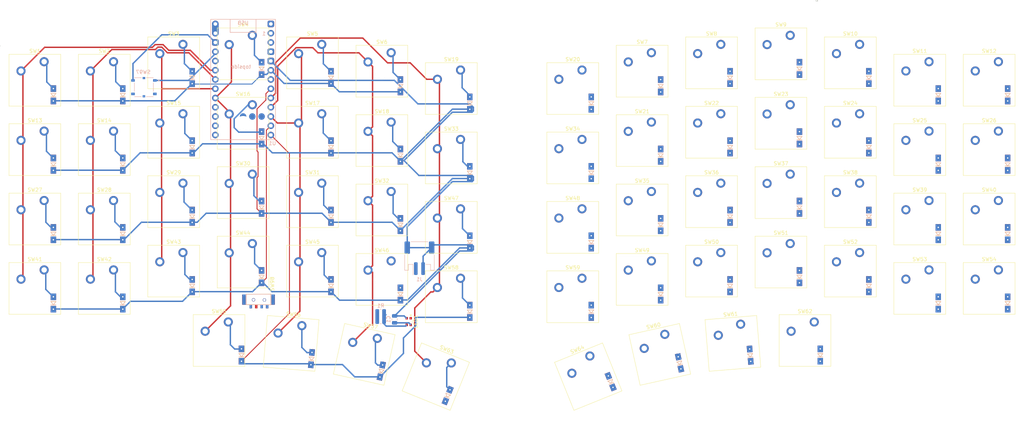
<source format=kicad_pcb>
(kicad_pcb (version 20240108) (generator "pcbnew") (generator_version "8.0")
  (layers (0 "F.Cu" signal) (31 "B.Cu" signal) (34 "B.Paste" user) (35 "F.Paste" user) (36 "B.SilkS" user "B.Silkscreen") (37 "F.SilkS" user "F.Silkscreen") (38 "B.Mask" user) (39 "F.Mask" user) (44 "Edge.Cuts" user))
  (net 0 "")
  (net 1 "COL0")
  (net 2 "COL1")
  (net 3 "COL10")
  (net 4 "COL11")
  (net 5 "COL12")
  (net 6 "COL13")
  (net 7 "COL2")
  (net 8 "COL3")
  (net 9 "COL4")
  (net 10 "COL5")
  (net 11 "COL6")
  (net 12 "COL8")
  (net 13 "COL9")
  (net 14 "N$1")
  (net 15 "N$2")
  (net 16 "N$3")
  (net 17 "N$4")
  (net 18 "COL14")
  (net 19 "N$10")
  (net 20 "N$11")
  (net 21 "N$12")
  (net 22 "N$13")
  (net 23 "N$14")
  (net 24 "N$15")
  (net 25 "N$16")
  (net 26 "N$17")
  (net 27 "N$18")
  (net 28 "N$19")
  (net 29 "N$20")
  (net 30 "N$21")
  (net 31 "N$22")
  (net 32 "N$23")
  (net 33 "N$24")
  (net 34 "N$25")
  (net 35 "N$26")
  (net 36 "N$27")
  (net 37 "N$28")
  (net 38 "N$29")
  (net 39 "N$30")
  (net 40 "N$31")
  (net 41 "N$32")
  (net 42 "N$33")
  (net 43 "ROW0")
  (net 44 "ROW1")
  (net 45 "ROW2")
  (net 46 "ROW3")
  (net 47 "ROW4")
  (net 48 "N$34")
  (net 49 "N$35")
  (net 50 "N$36")
  (net 51 "N$37")
  (net 52 "N$38")
  (net 53 "N$39")
  (net 54 "N$40")
  (net 55 "N$41")
  (net 56 "N$42")
  (net 57 "N$43")
  (net 58 "N$44")
  (net 59 "N$45")
  (net 60 "N$46")
  (net 61 "N$47")
  (net 62 "N$48")
  (net 63 "N$49")
  (net 64 "N$5")
  (net 65 "N$50")
  (net 66 "N$51")
  (net 67 "N$52")
  (net 68 "N$53")
  (net 69 "N$59")
  (net 70 "N$54")
  (net 71 "N$55")
  (net 72 "N$56")
  (net 73 "N$57")
  (net 74 "N$58")
  (net 75 "N$6")
  (net 76 "N$60")
  (net 77 "N$61")
  (net 78 "N$62")
  (net 79 "N$63")
  (net 80 "N$64")
  (net 81 "N$7")
  (net 82 "N$8")
  (net 83 "N$9")
  (net 84 "ROW5")
  (net 85 "LED1")
  (net 86 "Net-(LED1-DIN)")
  (net 87 "RST")
  (net 88 "GND")
  (net 97 "+BATT")
  (net 98 "LED1+")
  (net 104 "Net-(J1-Pin_1)")
  (footprint "SW_Cherry_MX_PCB_1.00u" (layer "F.Cu") (at 204.7875 35.6235)
    (property "Reference" "SW7")
    (property "Value" "SW_Push")
  )
  (footprint "SW_Cherry_MX_PCB_1.00u" (layer "F.Cu") (at 95.25 88.011)
    (property "Reference" "SW44")
    (property "Value" "SW_Push")
  )
  (footprint "SW_Cherry_MX_PCB_1.00u" (layer "F.Cu") (at 204.7875 73.7235)
    (property "Reference" "SW35")
    (property "Value" "SW_Push")
  )
  (footprint "SW_Cherry_MX_PCB_1.00u" (layer "F.Cu") (at 204.7875 54.6735)
    (property "Reference" "SW21")
    (property "Value" "SW_Push")
  )
  (footprint "SW_Cherry_MX_PCB_1.00u" (layer "F.Cu") (at 133.35 35.6235)
    (property "Reference" "SW6")
    (property "Value" "SW_Push")
  )
  (footprint "SW_Cherry_MX_PCB_1.00u" (layer "F.Cu") (at 223.8375 52.387499)
    (property "Reference" "SW22")
    (property "Value" "SW_Push")
  )
  (footprint "SW_Cherry_MX_PCB_1.00u" (layer "F.Cu") (at 76.2 71.4375)
    (property "Reference" "SW29")
    (property "Value" "SW_Push")
  )
  (footprint "SW_Cherry_MX_PCB_1.00u" (layer "F.Cu") (at 76.2 52.387499)
    (property "Reference" "SW15")
    (property "Value" "SW_Push")
  )
  (footprint "SW_Cherry_MX_PCB_1.00u" (layer "F.Cu") (at 152.4 59.436)
    (property "Reference" "SW33")
    (property "Value" "SW_Push")
  )
  (footprint "SW_Cherry_MX_PCB_1.00u" (layer "F.Cu") (at 38.1 38.1)
    (property "Reference" "SW1")
    (property "Value" "SW_Push")
  )
  (footprint "SW_Cherry_MX_PCB_1.00u" (layer "F.Cu") (at 57.15 57.15)
    (property "Reference" "SW14")
    (property "Value" "SW_Push")
  )
  (footprint "SW_Cherry_MX_PCB_1.00u" (layer "F.Cu") (at 38.1 95.25)
    (property "Reference" "SW41")
    (property "Value" "SW_Push")
  )
  (footprint "SW_Cherry_MX_PCB_1.00u" (layer "F.Cu") (at 95.25 49.911)
    (property "Reference" "SW16")
    (property "Value" "SW_Push")
  )
  (footprint "SW_Cherry_MX_PCB_1.00u" (layer "F.Cu") (at 300.0375 38.1)
    (property "Reference" "SW12")
    (property "Value" "SW_Push")
  )
  (footprint "SW_Cherry_MX_PCB_1.00u" (layer "F.Cu") (at 133.35 73.7235)
    (property "Reference" "SW32")
    (property "Value" "SW_Push")
  )
  (footprint "SW_Cherry_MX_PCB_1.00u" (layer "F.Cu") (at 300.0375 95.25)
    (property "Reference" "SW54")
    (property "Value" "SW_Push")
  )
  (footprint "SW_Cherry_MX_PCB_1.00u" (layer "F.Cu") (at 261.9375 52.387499)
    (property "Reference" "SW24")
    (property "Value" "SW_Push")
  )
  (footprint "SW_Cherry_MX_PCB_1.00u" (layer "F.Cu") (at 148.15107 119.462298 -22)
    (property "Reference" "SW63")
    (property "Value" "SW_Push")
  )
  (footprint "SW_Cherry_MX_PCB_1.00u" (layer "F.Cu") (at 114.3 52.387499)
    (property "Reference" "SW17")
    (property "Value" "SW_Push")
  )
  (footprint "SW_Cherry_MX_PCB_1.00u" (layer "F.Cu") (at 185.7375 78.486)
    (property "Reference" "SW48")
    (property "Value" "SW_Push")
  )
  (footprint "SW_Cherry_MX_PCB_1.00u" (layer "F.Cu") (at 114.3 90.4875)
    (property "Reference" "SW45")
    (property "Value" "SW_Push")
  )
  (footprint "SW_Cherry_MX_PCB_1.00u" (layer "F.Cu") (at 152.4 40.386)
    (property "Reference" "SW19")
    (property "Value" "SW_Push")
  )
  (footprint "SW_Cherry_MX_PCB_1.00u" (layer "F.Cu") (at 57.15 38.1)
    (property "Reference" "SW2")
    (property "Value" "SW_Push")
  )
  (footprint "SW_Cherry_MX_PCB_1.00u" (layer "F.Cu") (at 95.25 68.961)
    (property "Reference" "SW30")
    (property "Value" "SW_Push")
  )
  (footprint "SW_Cherry_MX_PCB_1.00u" (layer "F.Cu") (at 242.8875 49.911)
    (property "Reference" "SW23")
    (property "Value" "SW_Push")
  )
  (footprint "KLOTZ:MSK12C02_reversible" (layer "F.Cu") (at 103.36 97.02 -90)
    (property "Reference" "SW98")
    (property "Value" "PWR")
  )
  (footprint "SW_Cherry_MX_PCB_1.00u" (layer "F.Cu") (at 114.3 71.4375)
    (property "Reference" "SW31")
    (property "Value" "SW_Push")
  )
  (footprint "SW_Cherry_MX_PCB_1.00u" (layer "F.Cu") (at 242.8875 30.861)
    (property "Reference" "SW9")
    (property "Value" "SW_Push")
  )
  (footprint "SW_Cherry_MX_PCB_1.00u" (layer "F.Cu") (at 223.8375 90.4875)
    (property "Reference" "SW50")
    (property "Value" "SW_Push")
  )
  (footprint "SW_Cherry_MX_PCB_1.00u" (layer "F.Cu") (at 229.69316 110.338572 4.6)
    (property "Reference" "SW61")
    (property "Value" "SW_Push")
  )
  (footprint "SW_Cherry_MX_PCB_1.00u" (layer "F.Cu") (at 133.35 54.6735)
    (property "Reference" "SW18")
    (property "Value" "SW_Push")
  )
  (footprint "SW_Cherry_MX_PCB_1.00u" (layer "F.Cu") (at 185.7375 97.536)
    (property "Reference" "SW59")
    (property "Value" "SW_Push")
  )
  (footprint "SW_Cherry_MX_PCB_1.00u" (layer "F.Cu") (at 280.9875 95.25)
    (property "Reference" "SW53")
    (property "Value" "SW_Push")
  )
  (footprint "SW_Cherry_MX_PCB_1.00u" (layer "F.Cu") (at 76.2 33.3375)
    (property "Reference" "SW3")
    (property "Value" "SW_Push")
  )
  (footprint "SW_Cherry_MX_PCB_1.00u" (layer "F.Cu") (at 133.35 92.7735)
    (property "Reference" "SW46")
    (property "Value" "SW_Push")
  )
  (footprint "SW_Cherry_MX_PCB_1.00u" (layer "F.Cu") (at 38.1 57.15)
    (property "Reference" "SW13")
    (property "Value" "SW_Push")
  )
  (footprint "SW_Cherry_MX_PCB_1.00u" (layer "F.Cu") (at 280.9875 38.1)
    (property "Reference" "SW11")
    (property "Value" "SW_Push")
  )
  (footprint "SW_Cherry_MX_PCB_1.00u" (layer "F.Cu") (at 152.4 97.536)
    (property "Reference" "SW58")
    (property "Value" "SW_Push")
  )
  (footprint "SW_Cherry_MX_PCB_1.00u" (layer "F.Cu") (at 95.25 30.861)
    (property "Reference" "SW4")
    (property "Value" "SW_Push")
  )
  (footprint "SW_Cherry_MX_PCB_1.00u" (layer "F.Cu") (at 189.98643 119.462298 22)
    (property "Reference" "SW64")
    (property "Value" "SW_Push")
  )
  (footprint "SW_Cherry_MX_PCB_1.00u" (layer "F.Cu") (at 280.9875 57.15)
    (property "Reference" "SW25")
    (property "Value" "SW_Push")
  )
  (footprint "SW_Cherry_MX_PCB_1.00u" (layer "F.Cu") (at 114.3 33.3375)
    (property "Reference" "SW5")
    (property "Value" "SW_Push")
  )
  (footprint "SW_Cherry_MX_PCB_1.00u" (layer "F.Cu") (at 261.9375 90.4875)
    (property "Reference" "SW52")
    (property "Value" "SW_Push")
  )
  (footprint "SW_Cherry_MX_PCB_1.00u" (layer "F.Cu") (at 128.510416 113.360487 -12.5)
    (property "Reference" "SW57")
    (property "Value" "SW_Push")
  )
  (footprint "SW_Cherry_MX_PCB_1.00u" (layer "F.Cu") (at 108.44434 110.338572 -4.6)
    (property "Reference" "SW56")
    (property "Value" "SW_Push")
  )
  (footprint "SW_Cherry_MX_PCB_1.00u" (layer "F.Cu") (at 185.7375 59.436)
    (property "Reference" "SW34")
    (property "Value" "SW_Push")
  )
  (footprint "SW_Cherry_MX_PCB_1.00u" (layer "F.Cu") (at 185.7375 40.386)
    (property "Reference" "SW20")
    (property "Value" "SW_Push")
  )
  (footprint "SW_Cherry_MX_PCB_1.00u" (layer "F.Cu") (at 261.9375 71.4375)
    (property "Reference" "SW38")
    (property "Value" "SW_Push")
  )
  (footprint "PCM_marbastlib-various:LED_WS2812_2020" (layer "F.Cu") (at 140.715 104.35 -90)
    (property "Reference" "LED1")
    (property "Value" "WS2812_2020")
  )
  (footprint "SW_Cherry_MX_PCB_1.00u" (layer "F.Cu") (at 204.7875 92.7735)
    (property "Reference" "SW49")
    (property "Value" "SW_Push")
  )
  (footprint "SW_Cherry_MX_PCB_1.00u" (layer "F.Cu") (at 209.627084 113.360487 12.5)
    (property "Reference" "SW60")
    (property "Value" "SW_Push")
  )
  (footprint "SW_Cherry_MX_PCB_1.00u" (layer "F.Cu") (at 76.2 90.4875)
    (property "Reference" "SW43")
    (property "Value" "SW_Push")
  )
  (footprint "SW_Cherry_MX_PCB_1.00u" (layer "F.Cu") (at 38.1 76.2)
    (property "Reference" "SW27")
    (property "Value" "SW_Push")
  )
  (footprint "SW_Cherry_MX_PCB_1.00u" (layer "F.Cu") (at 88.65 109.5375)
    (property "Reference" "SW55")
    (property "Value" "SW_Push")
  )
  (footprint "SW_Cherry_MX_PCB_1.00u" (layer "F.Cu") (at 249.4875 109.5375)
    (property "Reference" "SW62")
    (property "Value" "SW_Push")
  )
  (footprint "SW_Cherry_MX_PCB_1.00u" (layer "F.Cu") (at 223.8375 33.3375)
    (property "Reference" "SW8")
    (property "Value" "SW_Push")
  )
  (footprint "SW_Cherry_MX_PCB_1.00u" (layer "F.Cu") (at 242.8875 68.961)
    (property "Reference" "SW37")
    (property "Value" "SW_Push")
  )
  (footprint "SW_Cherry_MX_PCB_1.00u" (layer "F.Cu") (at 300.0375 76.2)
    (property "Reference" "SW40")
    (property "Value" "SW_Push")
  )
  (footprint "SW_Cherry_MX_PCB_1.00u" (layer "F.Cu") (at 152.4 78.486)
    (property "Reference" "SW47")
    (property "Value" "SW_Push")
  )
  (footprint "SW_Cherry_MX_PCB_1.00u" (layer "F.Cu") (at 57.15 76.2)
    (property "Reference" "SW28")
    (property "Value" "SW_Push")
  )
  (footprint "SW_Cherry_MX_PCB_1.00u" (layer "F.Cu") (at 300.0375 57.15)
    (property "Reference" "SW26")
    (property "Value" "SW_Push")
  )
  (footprint "SW_Cherry_MX_PCB_1.00u" (layer "F.Cu") (at 261.9375 33.3375)
    (property "Reference" "SW10")
    (property "Value" "SW_Push")
  )
  (footprint "SW_Cherry_MX_PCB_1.00u" (layer "F.Cu") (at 57.15 95.25)
    (property "Reference" "SW42")
    (property "Value" "SW_Push")
  )
  (footprint "SW_Cherry_MX_PCB_1.00u" (layer "F.Cu") (at 280.9875 76.2)
    (property "Reference" "SW39")
    (property "Value" "SW_Push")
  )
  (footprint "SW_Cherry_MX_PCB_1.00u" (layer "F.Cu") (at 223.8375 71.4375)
    (property "Reference" "SW36")
    (property "Value" "SW_Push")
  )
  (footprint "SW_Cherry_MX_PCB_1.00u" (layer "F.Cu") (at 242.8875 88.011)
    (property "Reference" "SW51")
    (property "Value" "SW_Push")
  )
  (footprint "KLOTZ:Diode_SOD123" (layer "B.Cu") (at 228.9175 37.3375 90)
    (property "Reference" "D8" (hide yes))
    (property "Value" "D" (hide yes))
  )
  (footprint "KLOTZ:Diode_SOD123" (layer "B.Cu") (at 81.28 56.387499 90)
    (property "Reference" "D15" (hide yes))
    (property "Value" "D" (hide yes))
  )
  (footprint "KLOTZ:Diode_SOD123" (layer "B.Cu") (at 190.8175 82.486 90)
    (property "Reference" "D48" (hide yes))
    (property "Value" "D" (hide yes))
  )
  (footprint "KLOTZ:Diode_SOD123" (layer "B.Cu") (at 215.057176 115.674631 102.5)
    (property "Reference" "D60" (hide yes))
    (property "Value" "D" (hide yes))
  )
  (footprint "KLOTZ:Diode_SOD123" (layer "B.Cu") (at 157.48 82.486 90)
    (property "Reference" "D47" (hide yes))
    (property "Value" "D" (hide yes))
  )
  (footprint "KLOTZ:Diode_SOD123" (layer "B.Cu") (at 43.18 42.1 90)
    (property "Reference" "D1" (hide yes))
    (property "Value" "D" (hide yes))
  )
  (footprint "KLOTZ:Diode_SOD123" (layer "B.Cu") (at 151.410042 124.646287 68)
    (property "Reference" "D63" (hide yes))
    (property "Value" "D" (hide yes))
  )
  (footprint "KLOTZ:Diode_SOD123" (layer "B.Cu") (at 138.43 58.6735 90)
    (property "Reference" "D18" (hide yes))
    (property "Value" "D" (hide yes))
  )
  (footprint "KLOTZ:Diode_SOD123" (layer "B.Cu") (at 267.0175 75.4375 90)
    (property "Reference" "D38" (hide yes))
    (property "Value" "D" (hide yes))
  )
  (footprint "KLOTZ:Diode_SOD123" (layer "B.Cu") (at 62.23 61.15 90)
    (property "Reference" "D14" (hide yes))
    (property "Value" "D" (hide yes))
  )
  (footprint "Resistor_SMD:R_0815_2038Metric" (layer "B.Cu") (at 133.0125 102.97 180)
    (property "Reference" "R1")
    (property "Value" "300R")
  )
  (footprint "KLOTZ:Diode_SOD123" (layer "B.Cu") (at 81.28 94.4875 90)
    (property "Reference" "D43" (hide yes))
    (property "Value" "D" (hide yes))
  )
  (footprint "KLOTZ:Diode_SOD123" (layer "B.Cu") (at 190.8175 101.536 90)
    (property "Reference" "D59" (hide yes))
    (property "Value" "D" (hide yes))
  )
  (footprint "KLOTZ:Diode_SOD123" (layer "B.Cu") (at 100.33 92.011 90)
    (property "Reference" "D44" (hide yes))
    (property "Value" "D" (hide yes))
  )
  (footprint "KLOTZ:Diode_SOD123" (layer "B.Cu") (at 190.8175 44.386 90)
    (property "Reference" "D20" (hide yes))
    (property "Value" "D" (hide yes))
  )
  (footprint "KLOTZ:Diode_SOD123" (layer "B.Cu") (at 100.33 53.911 90)
    (property "Reference" "D16" (hide yes))
    (property "Value" "D" (hide yes))
  )
  (footprint "KLOTZ:Diode_SOD123" (layer "B.Cu") (at 305.1175 80.2 90)
    (property "Reference" "D40" (hide yes))
    (property "Value" "D" (hide yes))
  )
  (footprint "KLOTZ:Diode_SOD123" (layer "B.Cu") (at 267.0175 94.4875 90)
    (property "Reference" "D52" (hide yes))
    (property "Value" "D" (hide yes))
  )
  (footprint "Connector_JST:JST_PH_S2B-PH-SM4-TB_1x02-1MP_P2.00mm_Horizontal" (layer "B.Cu") (at 143.66 86.96)
    (property "Reference" "J1")
    (property "Value" "Battery")
  )
  (footprint "KLOTZ:Diode_SOD123" (layer "B.Cu") (at 133.185475 117.91489 77.5)
    (property "Reference" "D57" (hide yes))
    (property "Value" "D" (hide yes))
  )
  (footprint "KLOTZ:Diode_SOD123" (layer "B.Cu") (at 196.147645 120.840284 112)
    (property "Reference" "D64" (hide yes))
    (property "Value" "D" (hide yes))
  )
  (footprint "KLOTZ:Diode_SOD123" (layer "B.Cu") (at 286.0675 80.2 90)
    (property "Reference" "D39" (hide yes))
    (property "Value" "D" (hide yes))
  )
  (footprint "KLOTZ:Diode_SOD123" (layer "B.Cu") (at 228.9175 94.4875 90)
    (property "Reference" "D50" (hide yes))
    (property "Value" "D" (hide yes))
  )
  (footprint "PTS526_SMG15_SMTR2_LFS:SW_PTS526_SMG15_SMTR2_LFS" (layer "B.Cu") (at 68.0275 40.01 180)
    (property "Reference" "SW97")
    (property "Value" "RST")
  )
  (footprint "PCM_marbastlib-xp-promicroish:nice_nano_AH_USBup" (layer "B.Cu") (at 95.25 39.17 180)
    (property "Reference" "U1")
    (property "Value" "nice_nano")
  )
  (footprint "KLOTZ:Diode_SOD123" (layer "B.Cu") (at 138.43 77.7235 90)
    (property "Reference" "D32" (hide yes))
    (property "Value" "D" (hide yes))
  )
  (footprint "KLOTZ:Diode_SOD123" (layer "B.Cu") (at 157.48 101.536 90)
    (property "Reference" "D58" (hide yes))
    (property "Value" "D" (hide yes))
  )
  (footprint "KLOTZ:Diode_SOD123" (layer "B.Cu") (at 286.0675 61.15 90)
    (property "Reference" "D25" (hide yes))
    (property "Value" "D" (hide yes))
  )
  (footprint "KLOTZ:Diode_SOD123" (layer "B.Cu") (at 253.6825 113.5375 90)
    (property "Reference" "D62" (hide yes))
    (property "Value" "D" (hide yes))
  )
  (footprint "KLOTZ:Diode_SOD123" (layer "B.Cu") (at 138.43 96.7735 90)
    (property "Reference" "D46" (hide yes))
    (property "Value" "D" (hide yes))
  )
  (footprint "KLOTZ:Diode_SOD123" (layer "B.Cu") (at 247.9675 53.911 90)
    (property "Reference" "D23" (hide yes))
    (property "Value" "D" (hide yes))
  )
  (footprint "KLOTZ:Diode_SOD123" (layer "B.Cu") (at 157.48 63.436 90)
    (property "Reference" "D33" (hide yes))
    (property "Value" "D" (hide yes))
  )
  (footprint "KLOTZ:Diode_SOD123" (layer "B.Cu") (at 209.8675 58.6735 90)
    (property "Reference" "D21" (hide yes))
    (property "Value" "D" (hide yes))
  )
  (footprint "KLOTZ:Diode_SOD123" (layer "B.Cu") (at 119.38 56.387499 90)
    (property "Reference" "D17" (hide yes))
    (property "Value" "D" (hide yes))
  )
  (footprint "KLOTZ:Diode_SOD123" (layer "B.Cu") (at 267.0175 56.387499 90)
    (property "Reference" "D24" (hide yes))
    (property "Value" "D" (hide yes))
  )
  (footprint "KLOTZ:Diode_SOD123" (layer "B.Cu") (at 234.444272 113.572213 95)
    (property "Reference" "D61" (hide yes))
    (property "Value" "D" (hide yes))
  )
  (footprint "KLOTZ:Diode_SOD123" (layer "B.Cu") (at 119.38 94.4875 90)
    (property "Reference" "D45" (hide yes))
    (property "Value" "D" (hide yes))
  )
  (footprint "KLOTZ:Diode_SOD123" (layer "B.Cu") (at 305.1175 99.25 90)
    (property "Reference" "D54" (hide yes))
    (property "Value" "D" (hide yes))
  )
  (footprint "KLOTZ:Diode_SOD123" (layer "B.Cu") (at 157.48 44.386 90)
    (property "Reference" "D19" (hide yes))
    (property "Value" "D" (hide yes))
  )
  (footprint "KLOTZ:Diode_SOD123" (layer "B.Cu") (at 43.18 61.15 90)
    (property "Reference" "D13" (hide yes))
    (property "Value" "D" (hide yes))
  )
  (footprint "KLOTZ:Diode_SOD123" (layer "B.Cu") (at 267.0175 37.3375 90)
    (property "Reference" "D10" (hide yes))
    (property "Value" "D" (hide yes))
  )
  (footprint "KLOTZ:Diode_SOD123" (layer "B.Cu") (at 62.23 42.1 90)
    (property "Reference" "D2" (hide yes))
    (property "Value" "D" (hide yes))
  )
  (footprint "KLOTZ:Diode_SOD123" (layer "B.Cu") (at 100.33 72.961 90)
    (property "Reference" "D30" (hide yes))
    (property "Value" "D" (hide yes))
  )
  (footprint "KLOTZ:Diode_SOD123" (layer "B.Cu") (at 43.18 80.2 90)
    (property "Reference" "D27" (hide yes))
    (property "Value" "D" (hide yes))
  )
  (footprint "KLOTZ:Diode_SOD123" (layer "B.Cu") (at 81.28 75.4375 90)
    (property "Reference" "D29" (hide yes))
    (property "Value" "D" (hide yes))
  )
  (footprint "KLOTZ:Diode_SOD123" (layer "B.Cu") (at 43.18 99.25 90)
    (property "Reference" "D41" (hide yes))
    (property "Value" "D" (hide yes))
  )
  (footprint "KLOTZ:Diode_SOD123" (layer "B.Cu") (at 138.43 39.6235 90)
    (property "Reference" "D6" (hide yes))
    (property "Value" "D" (hide yes))
  )
  (footprint "KLOTZ:Diode_SOD123" (layer "B.Cu") (at 305.1175 42.1 90)
    (property "Reference" "D12" (hide yes))
    (property "Value" "D" (hide yes))
  )
  (footprint "KLOTZ:Diode_SOD123" (layer "B.Cu") (at 209.8675 39.6235 90)
    (property "Reference" "D7" (hide yes))
    (property "Value" "D" (hide yes))
  )
  (footprint "KLOTZ:Diode_SOD123" (layer "B.Cu") (at 228.9175 56.387499 90)
    (property "Reference" "D22" (hide yes))
    (property "Value" "D" (hide yes))
  )
  (footprint "KLOTZ:Diode_SOD123" (layer "B.Cu") (at 247.9675 92.011 90)
    (property "Reference" "D51" (hide yes))
    (property "Value" "D" (hide yes))
  )
  (footprint "KLOTZ:Diode_SOD123" (layer "B.Cu") (at 119.38 75.4375 90)
    (property "Reference" "D31" (hide yes))
    (property "Value" "D" (hide yes))
  )
  (footprint "KLOTZ:Diode_SOD123" (layer "B.Cu") (at 100.33 34.861 90)
    (property "Reference" "D4" (hide yes))
    (property "Value" "D" (hide yes))
  )
  (footprint "KLOTZ:Diode_SOD123" (layer "B.Cu") (at 305.1175 61.15 90)
    (property "Reference" "D26" (hide yes))
    (property "Value" "D" (hide yes))
  )
  (footprint "KLOTZ:Diode_SOD123" (layer "B.Cu") (at 119.38 37.3375 90)
    (property "Reference" "D5" (hide yes))
    (property "Value" "D" (hide yes))
  )
  (footprint "KLOTZ:Diode_SOD123" (layer "B.Cu") (at 190.8175 63.436 90)
    (property "Reference" "D34" (hide yes))
    (property "Value" "D" (hide yes))
  )
  (footprint "KLOTZ:Diode_SOD123" (layer "B.Cu") (at 62.23 80.2 90)
    (property "Reference" "D28" (hide yes))
    (property "Value" "D" (hide yes))
  )
  (footprint "KLOTZ:Diode_SOD123" (layer "B.Cu") (at 114.019424 114.509847 85)
    (property "Reference" "D56" (hide yes))
    (property "Value" "D" (hide yes))
  )
  (footprint "KLOTZ:Diode_SOD123" (layer "B.Cu") (at 209.8675 77.7235 90)
    (property "Reference" "D35" (hide yes))
    (property "Value" "D" (hide yes))
  )
  (footprint "KLOTZ:Diode_SOD123" (layer "B.Cu") (at 286.0675 42.1 90)
    (property "Reference" "D11" (hide yes))
    (property "Value" "D" (hide yes))
  )
  (footprint "Capacitor_SMD:C_0805_2012Metric" (layer "B.Cu") (at 136.84 103.75 -90)
    (property "Reference" "C1")
    (property "Value" "0.1uF")
  )
  (footprint "KLOTZ:Diode_SOD123" (layer "B.Cu") (at 81.28 37.3375 90)
    (property "Reference" "D3" (hide yes))
    (property "Value" "D" (hide yes))
  )
  (footprint "KLOTZ:Diode_SOD123" (layer "B.Cu") (at 247.9675 72.961 90)
    (property "Reference" "D37" (hide yes))
    (property "Value" "D" (hide yes))
  )
  (footprint "KLOTZ:Diode_SOD123" (layer "B.Cu") (at 94.8055 113.5375 90)
    (property "Reference" "D55" (hide yes))
    (property "Value" "D" (hide yes))
  )
  (footprint "KLOTZ:Diode_SOD123" (layer "B.Cu") (at 62.23 99.25 90)
    (property "Reference" "D42" (hide yes))
    (property "Value" "D" (hide yes))
  )
  (footprint "KLOTZ:Diode_SOD123" (layer "B.Cu") (at 247.9675 34.861 90)
    (property "Reference" "D9" (hide yes))
    (property "Value" "D" (hide yes))
  )
  (footprint "KLOTZ:Diode_SOD123" (layer "B.Cu") (at 286.0675 99.25 90)
    (property "Reference" "D53" (hide yes))
    (property "Value" "D" (hide yes))
  )
  (footprint "KLOTZ:Diode_SOD123" (layer "B.Cu") (at 228.9175 75.4375 90)
    (property "Reference" "D36" (hide yes))
    (property "Value" "D" (hide yes))
  )
  (footprint "KLOTZ:Diode_SOD123" (layer "B.Cu") (at 209.8675 96.7735 90)
    (property "Reference" "D49" (hide yes))
    (property "Value" "D" (hide yes))
  )
  (gr_line (start 28.575 28.8036) (end 28.575 28.5758) (stroke (width 0.1016)) (layer "Edge.Cuts"))
  (gr_line (start 252.570047 16.28188) (end 252.884515 16.301717) (stroke (width 0.4)) (layer "Edge.Cuts"))
  (segment (start 40.78 29.07) (end 70.36 29.07) (width 0.381) (layer "F.Cu") (net 1))
  (segment (start 34.29 73.66) (end 34.69 74.06) (width 0.381) (layer "F.Cu") (net 1))
  (segment (start 34.82 74.06) (end 34.82 92.31) (width 0.381) (layer "F.Cu") (net 1))
  (segment (start 34.82 55.15) (end 34.82 73.12) (width 0.381) (layer "F.Cu") (net 1))
  (segment (start 34.29 54.61) (end 34.83 55.15) (width 0.381) (layer "F.Cu") (net 1))
  (segment (start 86.24 35.36) (end 87.63 35.36) (width 0.381) (layer "F.Cu") (net 1))
  (segment (start 34.29 35.56) (end 34.82 36.09) (width 0.381) (layer "F.Cu") (net 1))
  (segment (start 34.69 92.31) (end 34.29 92.71) (width 0.381) (layer "F.Cu") (net 1))
  (segment (start 80.778 29.898) (end 86.24 35.36) (width 0.381) (layer "F.Cu") (net 1))
  (segment (start 71.1 28.33) (end 73.28 28.33) (width 0.381) (layer "F.Cu") (net 1))
  (segment (start 34.29 35.56) (end 40.78 29.07) (width 0.381) (layer "F.Cu") (net 1))
  (segment (start 34.82 54.08) (end 34.29 54.61) (width 0.381) (layer "F.Cu") (net 1))
  (segment (start 34.83 73.12) (end 34.29 73.66) (width 0.381) (layer "F.Cu") (net 1))
  (segment (start 74.848 29.898) (end 80.778 29.898) (width 0.381) (layer "F.Cu") (net 1))
  (segment (start 73.28 28.33) (end 74.848 29.898) (width 0.381) (layer "F.Cu") (net 1))
  (segment (start 70.36 29.07) (end 71.1 28.33) (width 0.381) (layer "F.Cu") (net 1))
  (segment (start 34.82 36.09) (end 34.82 54.08) (width 0.381) (layer "F.Cu") (net 1))
  (segment (start 80.3805 30.577602) (end 74.49012 30.577602) (width 0.381) (layer "F.Cu") (net 2))
  (segment (start 53.86 73.14) (end 53.34 73.66) (width 0.381) (layer "F.Cu") (net 2))
  (segment (start 54.04 74.36) (end 54.04 92.01) (width 0.381) (layer "F.Cu") (net 2))
  (segment (start 72.922518 29.01) (end 71.857482 29.01) (width 0.381) (layer "F.Cu") (net 2))
  (segment (start 74.49012 30.577602) (end 72.922518 29.01) (width 0.381) (layer "F.Cu") (net 2))
  (segment (start 53.86 54.09) (end 53.34 54.61) (width 0.381) (layer "F.Cu") (net 2))
  (segment (start 53.34 35.56) (end 53.86 36.08) (width 0.381) (layer "F.Cu") (net 2))
  (segment (start 59.22 29.68) (end 53.34 35.56) (width 0.381) (layer "F.Cu") (net 2))
  (segment (start 53.34 54.61) (end 53.86 55.13) (width 0.381) (layer "F.Cu") (net 2))
  (segment (start 71.187482 29.68) (end 59.22 29.68) (width 0.381) (layer "F.Cu") (net 2))
  (segment (start 54.04 36.08) (end 54.04 54.09) (width 0.381) (layer "F.Cu") (net 2))
  (segment (start 53.34 73.66) (end 54.04 74.36) (width 0.381) (layer "F.Cu") (net 2))
  (segment (start 71.857482 29.01) (end 71.187482 29.68) (width 0.381) (layer "F.Cu") (net 2))
  (segment (start 87.63 37.827102) (end 80.3805 30.577602) (width 0.381) (layer "F.Cu") (net 2))
  (segment (start 54.04 92.01) (end 53.34 92.71) (width 0.381) (layer "F.Cu") (net 2))
  (segment (start 87.63 37.9) (end 87.63 37.827102) (width 0.381) (layer "F.Cu") (net 2))
  (segment (start 54.04 55.13) (end 54.04 73.14) (width 0.381) (layer "F.Cu") (net 2))
  (segment (start 72.98 87.3575) (end 72.39 87.9475) (width 0.381) (layer "F.Cu") (net 7))
  (segment (start 72.92 49.317499) (end 72.39 49.847499) (width 0.381) (layer "F.Cu") (net 7))
  (segment (start 72.39 68.8975) (end 72.98 69.4875) (width 0.381) (layer "F.Cu") (net 7))
  (segment (start 72.39 50.18) (end 72.87 50.66) (width 0.381) (layer "F.Cu") (net 7))
  (segment (start 72.92 69.4875) (end 72.92 87.3575) (width 0.381) (layer "F.Cu") (net 7))
  (segment (start 72.39 49.847499) (end 72.39 50.18) (width 0.381) (layer "F.Cu") (net 7))
  (segment (start 72.92 40.41) (end 72.95 40.44) (width 0.381) (layer "F.Cu") (net 7))
  (segment (start 72.92 31.3275) (end 72.92 49.317499) (width 0.381) (layer "F.Cu") (net 7))
  (segment (start 72.95 40.44) (end 87.63 40.44) (width 0.381) (layer "F.Cu") (net 7))
  (segment (start 72.87 50.66) (end 72.87 68.4175) (width 0.381) (layer "F.Cu") (net 7))
  (segment (start 72.39 30.7975) (end 72.92 31.3275) (width 0.381) (layer "F.Cu") (net 7))
  (segment (start 72.87 68.4175) (end 72.39 68.8975) (width 0.381) (layer "F.Cu") (net 7))
  (segment (start 91.81 66.781) (end 91.81 85.111) (width 0.381) (layer "F.Cu") (net 8))
  (segment (start 92.02 65.841) (end 91.44 66.421) (width 0.381) (layer "F.Cu") (net 8))
  (segment (start 91.44 46.79) (end 91.44 47.371) (width 0.381) (layer "F.Cu") (net 8))
  (segment (start 91.8 85.111) (end 91.44 85.471) (width 0.381) (layer "F.Cu") (net 8))
  (segment (start 91.81 85.841) (end 91.81 100.0275) (width 0.381) (layer "F.Cu") (net 8))
  (segment (start 92.05 28.931) (end 91.44 28.321) (width 0.381) (layer "F.Cu") (net 8))
  (segment (start 91.44 47.371) (end 92.02 47.951) (width 0.381) (layer "F.Cu") (net 8))
  (segment (start 91.81 47.951) (end 91.81 65.841) (width 0.381) (layer "F.Cu") (net 8))
  (segment (start 92.05 38.56) (end 92.05 28.931) (width 0.381) (layer "F.Cu") (net 8))
  (segment (start 87.63 42.98) (end 92.05 38.56) (width 0.381) (layer "F.Cu") (net 8))
  (segment (start 91.81 100.0275) (end 84.84 106.9975) (width 0.381) (layer "F.Cu") (net 8))
  (segment (start 91.44 66.421) (end 91.8 66.781) (width 0.381) (layer "F.Cu") (net 8))
  (segment (start 87.63 42.98) (end 91.44 46.79) (width 0.381) (layer "F.Cu") (net 8))
  (segment (start 91.44 85.471) (end 91.81 85.841) (width 0.381) (layer "F.Cu") (net 8))
  (segment (start 110.49 49.847499) (end 104.657499 49.847499) (width 0.381) (layer "F.Cu") (net 9))
  (segment (start 110.49 30.7975) (end 111.2785 31.586) (width 0.381) (layer "F.Cu") (net 9))
  (segment (start 111.2785 31.586) (end 111.2785 49.058999) (width 0.381) (layer "F.Cu") (net 9))
  (segment (start 110.49 49.847499) (end 111.02 50.377499) (width 0.381) (layer "F.Cu") (net 9))
  (segment (start 110.9 87.5375) (end 110.49 87.9475) (width 0.381) (layer "F.Cu") (net 9))
  (segment (start 110.87 69.3075) (end 110.87 87.5375) (width 0.381) (layer "F.Cu") (net 9))
  (segment (start 110.87 50.377499) (end 110.87 68.3675) (width 0.381) (layer "F.Cu") (net 9))
  (segment (start 110.49 87.9475) (end 110.49 88.09) (width 0.381) (layer "F.Cu") (net 9))
  (segment (start 111.2785 49.058999) (end 110.49 49.847499) (width 0.381) (layer "F.Cu") (net 9))
  (segment (start 110.84 101.511515) (end 104.850319 107.501196) (width 0.381) (layer "F.Cu") (net 9))
  (segment (start 110.49 88.09) (end 110.84 88.44) (width 0.381) (layer "F.Cu") (net 9))
  (segment (start 110.84 88.44) (end 110.84 101.511515) (width 0.381) (layer "F.Cu") (net 9))
  (segment (start 110.49 68.8975) (end 110.9 69.3075) (width 0.381) (layer "F.Cu") (net 9))
  (segment (start 111.02 68.3675) (end 110.49 68.8975) (width 0.381) (layer "F.Cu") (net 9))
  (segment (start 104.657499 49.847499) (end 102.87 48.06) (width 0.381) (layer "F.Cu") (net 9))
  (segment (start 104.7415 43.6485) (end 102.87 45.52) (width 0.381) (layer "F.Cu") (net 10))
  (segment (start 129.54 33.0835) (end 130.789999 34.333499) (width 0.381) (layer "F.Cu") (net 10))
  (segment (start 114.357 29.157) (end 109.810482 29.157) (width 0.381) (layer "F.Cu") (net 10))
  (segment (start 130.789999 50.883501) (end 129.54 52.1335) (width 0.381) (layer "F.Cu") (net 10))
  (segment (start 130.1 105.296545) (end 125.340485 110.05606) (width 0.381) (layer "F.Cu") (net 10))
  (segment (start 127.0465 30.59) (end 115.79 30.59) (width 0.381) (layer "F.Cu") (net 10))
  (segment (start 129.54 90.2335) (end 130.1 90.7935) (width 0.381) (layer "F.Cu") (net 10))
  (segment (start 129.54 52.1335) (end 130.789999 53.383499) (width 0.381) (layer "F.Cu") (net 10))
  (segment (start 130.789999 69.933501) (end 129.54 71.1835) (width 0.381) (layer "F.Cu") (net 10))
  (segment (start 130.789999 72.433499) (end 130.789999 88.983501) (width 0.381) (layer "F.Cu") (net 10))
  (segment (start 115.79 30.59) (end 114.357 29.157) (width 0.381) (layer "F.Cu") (net 10))
  (segment (start 130.789999 53.383499) (end 130.789999 69.933501) (width 0.381) (layer "F.Cu") (net 10))
  (segment (start 129.54 33.0835) (end 127.0465 30.59) (width 0.381) (layer "F.Cu") (net 10))
  (segment (start 129.54 71.1835) (end 130.789999 72.433499) (width 0.381) (layer "F.Cu") (net 10))
  (segment (start 104.7415 34.225982) (end 104.7415 43.6485) (width 0.381) (layer "F.Cu") (net 10))
  (segment (start 130.789999 90.7935) (end 130.789999 105.296545) (width 0.381) (layer "F.Cu") (net 10))
  (segment (start 130.789999 34.333499) (end 130.789999 50.883501) (width 0.381) (layer "F.Cu") (net 10))
  (segment (start 130.789999 88.983501) (end 129.54 90.2335) (width 0.381) (layer "F.Cu") (net 10))
  (segment (start 109.810482 29.157) (end 104.7415 34.225982) (width 0.381) (layer "F.Cu") (net 10))
  (segment (start 141.13 33.34) (end 134.91 33.34) (width 0.381) (layer "F.Cu") (net 11))
  (segment (start 104.1605 33.31) (end 104.1605 41.6895) (width 0.381) (layer "F.Cu") (net 11))
  (segment (start 148.59 94.996) (end 147.3655 96.2205) (width 0.381) (layer "F.Cu") (net 11))
  (segment (start 148.59 75.946) (end 148.6355 75.9915) (width 0.381) (layer "F.Cu") (net 11))
  (segment (start 148.59 56.896) (end 149.21 57.516) (width 0.381) (layer "F.Cu") (net 11))
  (segment (start 145.636 37.846) (end 141.13 33.34) (width 0.381) (layer "F.Cu") (net 11))
  (segment (start 149.15 75.9915) (end 149.15 94.9505) (width 0.381) (layer "F.Cu") (net 11))
  (segment (start 149.21 75.326) (end 148.59 75.946) (width 0.381) (layer "F.Cu") (net 11))
  (segment (start 134.91 33.34) (end 128.1 26.53) (width 0.381) (layer "F.Cu") (net 11))
  (segment (start 104.1605 41.6895) (end 102.87 42.98) (width 0.381) (layer "F.Cu") (net 11))
  (segment (start 148.59 37.846) (end 149.15 38.406) (width 0.381) (layer "F.Cu") (net 11))
  (segment (start 110.9405 26.53) (end 104.1605 33.31) (width 0.381) (layer "F.Cu") (net 11))
  (segment (start 142.367 100.628602) (end 142.367 112.477) (width 0.381) (layer "F.Cu") (net 11))
  (segment (start 149.15 38.406) (end 149.15 56.336) (width 0.381) (layer "F.Cu") (net 11))
  (segment (start 148.6355 94.9505) (end 148.59 94.996) (width 0.381) (layer "F.Cu") (net 11))
  (segment (start 149.15 56.336) (end 148.59 56.896) (width 0.381) (layer "F.Cu") (net 11))
  (segment (start 148.59 37.846) (end 145.636 37.846) (width 0.381) (layer "F.Cu") (net 11))
  (segment (start 146.775102 96.2205) (end 142.367 100.628602) (width 0.381) (layer "F.Cu") (net 11))
  (segment (start 128.1 26.53) (end 110.9405 26.53) (width 0.381) (layer "F.Cu") (net 11))
  (segment (start 147.3655 96.2205) (end 146.775102 96.2205) (width 0.381) (layer "F.Cu") (net 11))
  (segment (start 142.367 112.477) (end 145.57 115.68) (width 0.381) (layer "F.Cu") (net 11))
  (segment (start 149.15 57.516) (end 149.15 75.326) (width 0.381) (layer "F.Cu") (net 11))
  (segment (start 41.36 38.58) (end 41.36 33.74) (width 0.381) (layer "B.Cu") (net 14))
  (segment (start 43.18 40.45) (end 43.18 40.4) (width 0.381) (layer "B.Cu") (net 14))
  (segment (start 43.18 40.4) (end 41.36 38.58) (width 0.381) (layer "B.Cu") (net 14))
  (segment (start 41.36 33.74) (end 40.64 33.02) (width 0.381) (layer "B.Cu") (net 14))
  (segment (start 60.29 33.62) (end 59.69 33.02) (width 0.381) (layer "B.Cu") (net 15))
  (segment (start 60.29 38.51) (end 60.29 33.62) (width 0.381) (layer "B.Cu") (net 15))
  (segment (start 62.23 40.45) (end 60.29 38.51) (width 0.381) (layer "B.Cu") (net 15))
  (segment (start 81.28 35.6875) (end 79.14 33.5475) (width 0.381) (layer "B.Cu") (net 16))
  (segment (start 79.14 28.6575) (end 78.74 28.2575) (width 0.381) (layer "B.Cu") (net 16))
  (segment (start 79.14 33.5475) (end 79.14 28.6575) (width 0.381) (layer "B.Cu") (net 16))
  (segment (start 98.37 26.361) (end 97.79 25.781) (width 0.381) (layer "B.Cu") (net 17))
  (segment (start 98.37 31.251) (end 98.37 26.361) (width 0.381) (layer "B.Cu") (net 17))
  (segment (start 100.33 33.211) (end 98.37 31.251) (width 0.381) (layer "B.Cu") (net 17))
  (segment (start 41.28 57.6) (end 41.28 52.71) (width 0.381) (layer "B.Cu") (net 22))
  (segment (start 43.18 59.5) (end 41.28 57.6) (width 0.381) (layer "B.Cu") (net 22))
  (segment (start 41.28 52.71) (end 40.64 52.07) (width 0.381) (layer "B.Cu") (net 22))
  (segment (start 60.18 57.45) (end 60.18 52.56) (width 0.381) (layer "B.Cu") (net 23))
  (segment (start 62.23 59.5) (end 60.18 57.45) (width 0.381) (layer "B.Cu") (net 23))
  (segment (start 60.18 52.56) (end 59.69 52.07) (width 0.381) (layer "B.Cu") (net 23))
  (segment (start 81.28 54.737499) (end 79.26 52.717499) (width 0.381) (layer "B.Cu") (net 24))
  (segment (start 79.26 47.827499) (end 78.74 47.307499) (width 0.381) (layer "B.Cu") (net 24))
  (segment (start 79.26 52.717499) (end 79.26 47.827499) (width 0.381) (layer "B.Cu") (net 24))
  (segment (start 100.33 52.261) (end 100.2395 52.3515) (width 0.381) (layer "B.Cu") (net 25))
  (segment (start 92.800509 48.684448) (end 96.653957 44.831) (width 0.381) (layer "B.Cu") (net 25))
  (segment (start 100.2395 52.3515) (end 94.0415 52.3515) (width 0.381) (layer "B.Cu") (net 25))
  (segment (start 94.0415 52.3515) (end 92.800509 51.110509) (width 0.381) (layer "B.Cu") (net 25))
  (segment (start 92.800509 51.110509) (end 92.800509 48.684448) (width 0.381) (layer "B.Cu") (net 25))
  (segment (start 96.653957 44.831) (end 97.79 44.831) (width 0.381) (layer "B.Cu") (net 25))
  (segment (start 117.25 47.717499) (end 116.84 47.307499) (width 0.381) (layer "B.Cu") (net 26))
  (segment (start 119.38 54.737499) (end 117.25 52.607499) (width 0.381) (layer "B.Cu") (net 26))
  (segment (start 117.25 52.607499) (end 117.25 47.717499) (width 0.381) (layer "B.Cu") (net 26))
  (segment (start 136.32 50.0235) (end 135.89 49.5935) (width 0.381) (layer "B.Cu") (net 27))
  (segment (start 136.32 54.9135) (end 136.32 50.0235) (width 0.381) (layer "B.Cu") (net 27))
  (segment (start 138.43 57.0235) (end 136.32 54.9135) (width 0.381) (layer "B.Cu") (net 27))
  (segment (start 157.48 42.736) (end 157.48 42.28) (width 0.381) (layer "B.Cu") (net 28))
  (segment (start 155.37 35.736) (end 154.94 35.306) (width 0.381) (layer "B.Cu") (net 28))
  (segment (start 157.48 42.28) (end 155.37 40.17) (width 0.381) (layer "B.Cu") (net 28))
  (segment (start 155.37 40.17) (end 155.37 35.736) (width 0.381) (layer "B.Cu") (net 28))
  (segment (start 41.12 77.09) (end 41.12 71.6) (width 0.381) (layer "B.Cu") (net 36))
  (segment (start 42.58 78.55) (end 41.12 77.09) (width 0.381) (layer "B.Cu") (net 36))
  (segment (start 41.12 71.6) (end 40.64 71.12) (width 0.381) (layer "B.Cu") (net 36))
  (segment (start 43.18 78.55) (end 42.58 78.55) (width 0.381) (layer "B.Cu") (net 36))
  (segment (start 62.23 78.55) (end 61.63 78.55) (width 0.381) (layer "B.Cu") (net 37))
  (segment (start 61.63 78.55) (end 60.06 76.98) (width 0.381) (layer "B.Cu") (net 37))
  (segment (start 60.06 76.98) (end 60.06 71.49) (width 0.381) (layer "B.Cu") (net 37))
  (segment (start 60.06 71.49) (end 59.69 71.12) (width 0.381) (layer "B.Cu") (net 37))
  (segment (start 79.04 71.5475) (end 79.04 66.6575) (width 0.381) (layer "B.Cu") (net 38))
  (segment (start 81.28 73.7875) (end 79.04 71.5475) (width 0.381) (layer "B.Cu") (net 38))
  (segment (start 79.04 66.6575) (end 78.74 66.3575) (width 0.381) (layer "B.Cu") (net 38))
  (segment (start 100.33 71.311) (end 99.73 71.311) (width 0.381) (layer "B.Cu") (net 39))
  (segment (start 98.22 64.311) (end 97.79 63.881) (width 0.381) (layer "B.Cu") (net 39))
  (segment (start 98.22 69.801) (end 98.22 64.311) (width 0.381) (layer "B.Cu") (net 39))
  (segment (start 99.73 71.311) (end 98.22 69.801) (width 0.381) (layer "B.Cu") (net 39))
  (segment (start 118.78 73.7875) (end 117.38 72.3875) (width 0.381) (layer "B.Cu") (net 40))
  (segment (start 117.38 66.8975) (end 116.84 66.3575) (width 0.381) (layer "B.Cu") (net 40))
  (segment (start 119.38 73.7875) (end 118.78 73.7875) (width 0.381) (layer "B.Cu") (net 40))
  (segment (start 117.38 72.3875) (end 117.38 66.8975) (width 0.381) (layer "B.Cu") (net 40))
  (segment (start 136.43 69.1835) (end 135.89 68.6435) (width 0.381) (layer "B.Cu") (net 41))
  (segment (start 137.83 76.0735) (end 136.43 74.6735) (width 0.381) (layer "B.Cu") (net 41))
  (segment (start 138.43 76.0735) (end 137.83 76.0735) (width 0.381) (layer "B.Cu") (net 41))
  (segment (start 136.43 74.6735) (end 136.43 69.1835) (width 0.381) (layer "B.Cu") (net 41))
  (segment (start 157.48 61.786) (end 156.88 61.786) (width 0.381) (layer "B.Cu") (net 42))
  (segment (start 155.58 60.486) (end 155.58 54.996) (width 0.381) (layer "B.Cu") (net 42))
  (segment (start 155.58 54.996) (end 154.94 54.356) (width 0.381) (layer "B.Cu") (net 42))
  (segment (start 156.88 61.786) (end 155.58 60.486) (width 0.381) (layer "B.Cu") (net 42))
  (segment (start 81.4525 39.16) (end 97.681 39.16) (width 0.25) (layer "B.Cu") (net 43))
  (segment (start 62.23 43.75) (end 76.5175 43.75) (width 0.381) (layer "B.Cu") (net 43))
  (segment (start 76.5175 43.75) (end 81.28 38.9875) (width 0.381) (layer "B.Cu") (net 43))
  (segment (start 119.38 38.9875) (end 106.4975 38.9875) (width 0.381) (layer "B.Cu") (net 43))
  (segment (start 97.681 39.16) (end 100.33 36.511) (width 0.25) (layer "B.Cu") (net 43))
  (segment (start 138.43 41.2735) (end 121.666 41.2735) (width 0.381) (layer "B.Cu") (net 43))
  (segment (start 101.719 36.511) (end 102.87 35.36) (width 0.381) (layer "B.Cu") (net 43))
  (segment (start 106.4975 38.9875) (end 102.87 35.36) (width 0.381) (layer "B.Cu") (net 43))
  (segment (start 43.18 43.75) (end 62.23 43.75) (width 0.381) (layer "B.Cu") (net 43))
  (segment (start 100.33 36.511) (end 101.719 36.511) (width 0.381) (layer "B.Cu") (net 43))
  (segment (start 81.28 38.9875) (end 81.4525 39.16) (width 0.1) (layer "B.Cu") (net 43))
  (segment (start 121.666 41.2735) (end 119.38 38.9875) (width 0.381) (layer "B.Cu") (net 43))
  (segment (start 100.801 55.561) (end 103.277499 58.037499) (width 0.381) (layer "B.Cu") (net 44))
  (segment (start 43.18 62.8) (end 62.23 62.8) (width 0.381) (layer "B.Cu") (net 44))
  (segment (start 119.38 58.037499) (end 136.143999 58.037499) (width 0.381) (layer "B.Cu") (net 44))
  (segment (start 66.992501 58.037499) (end 81.28 58.037499) (width 0.381) (layer "B.Cu") (net 44))
  (segment (start 136.143999 58.037499) (end 138.43 60.3235) (width 0.381) (layer "B.Cu") (net 44))
  (segment (start 138.43 60.3235) (end 152.7175 46.036) (width 0.381) (layer "B.Cu") (net 44))
  (segment (start 103.277499 58.037499) (end 119.38 58.037499) (width 0.381) (layer "B.Cu") (net 44))
  (segment (start 152.7175 46.036) (end 157.48 46.036) (width 0.381) (layer "B.Cu") (net 44))
  (segment (start 81.28 58.037499) (end 81.647499 58.037499) (width 0.381) (layer "B.Cu") (net 44))
  (segment (start 100.33 55.561) (end 100.801 55.561) (width 0.381) (layer "B.Cu") (net 44))
  (segment (start 81.647499 58.037499) (end 84.123998 55.561) (width 0.381) (layer "B.Cu") (net 44))
  (segment (start 62.23 62.8) (end 66.992501 58.037499) (width 0.381) (layer "B.Cu") (net 44))
  (segment (start 84.123998 55.561) (end 100.33 55.561) (width 0.381) (layer "B.Cu") (net 44))
  (segment (start 99.365 57.825) (end 99.08 57.54) (width 0.25) (layer "F.Cu") (net 45))
  (segment (start 99.365 64.533387) (end 99.365 57.825) (width 0.25) (layer "F.Cu") (net 45))
  (segment (start 99.08 73.411) (end 99.08 64.818387) (width 0.25) (layer "F.Cu") (net 45))
  (segment (start 100.33 74.661) (end 99.08 73.411) (width 0.25) (layer "F.Cu") (net 45))
  (segment (start 99.08 64.818387) (end 99.365 64.533387) (width 0.25) (layer "F.Cu") (net 45))
  (segment (start 99.08 45.96) (end 101.51 43.53) (width 0.25) (layer "F.Cu") (net 45))
  (segment (start 101.51 41.8) (end 102.87 40.44) (width 0.25) (layer "F.Cu") (net 45))
  (segment (start 99.08 57.54) (end 99.08 45.96) (width 0.25) (layer "F.Cu") (net 45))
  (segment (start 101.51 43.53) (end 101.51 41.8) (width 0.25) (layer "F.Cu") (net 45))
  (segment (start 100.33 74.611) (end 116.9035 74.611) (width 0.381) (layer "B.Cu") (net 45))
  (segment (start 43.18 81.85) (end 62.23 81.85) (width 0.381) (layer "B.Cu") (net 45))
  (segment (start 152.7175 65.086) (end 157.48 65.086) (width 0.381) (layer "B.Cu") (net 45))
  (segment (start 62.59 81.85) (end 67.3525 77.0875) (width 0.381) (layer "B.Cu") (net 45))
  (segment (start 62.23 81.85) (end 62.59 81.85) (width 0.381) (layer "B.Cu") (net 45))
  (segment (start 81.28 77.0875) (end 82.6475 77.0875) (width 0.381) (layer "B.Cu") (net 45))
  (segment (start 138.43 79.3735) (end 152.7175 65.086) (width 0.381) (layer "B.Cu") (net 45))
  (segment (start 85.124 74.611) (end 100.33 74.611) (width 0.381) (layer "B.Cu") (net 45))
  (segment (start 67.3525 77.0875) (end 81.28 77.0875) (width 0.381) (layer "B.Cu") (net 45))
  (segment (start 119.38 77.0875) (end 136.144 77.0875) (width 0.381) (layer "B.Cu") (net 45))
  (segment (start 82.6475 77.0875) (end 85.124 74.611) (width 0.381) (layer "B.Cu") (net 45))
  (segment (start 136.144 77.0875) (end 138.43 79.3735) (width 0.381) (layer "B.Cu") (net 45))
  (segment (start 116.9035 74.611) (end 119.38 77.0875) (width 0.381) (layer "B.Cu") (net 45))
  (segment (start 101.645 51.825) (end 102.87 50.6) (width 0.25) (layer "F.Cu") (net 46))
  (segment (start 101.645 92.396) (end 101.645 51.825) (width 0.25) (layer "F.Cu") (net 46))
  (segment (start 100.33 93.711) (end 101.645 92.396) (width 0.25) (layer "F.Cu") (net 46))
  (segment (start 100.709 93.661) (end 103.1855 96.1375) (width 0.381) (layer "B.Cu") (net 46))
  (segment (start 100.33 93.661) (end 100.709 93.661) (width 0.381) (layer "B.Cu") (net 46))
  (segment (start 138.43 98.4235) (end 140.394842 98.4235) (width 0.381) (layer "B.Cu") (net 46))
  (segment (start 97.8535 96.1375) (end 100.33 93.661) (width 0.381) (layer "B.Cu") (net 46))
  (segment (start 81.28 96.1375) (end 97.8535 96.1375) (width 0.381) (layer "B.Cu") (net 46))
  (segment (start 119.38 96.1375) (end 121.7225 98.48) (width 0.381) (layer "B.Cu") (net 46))
  (segment (start 121.7225 98.48) (end 138.3735 98.48) (width 0.381) (layer "B.Cu") (net 46))
  (segment (start 103.1855 96.1375) (end 119.38 96.1375) (width 0.381) (layer "B.Cu") (net 46))
  (segment (start 43.18 100.9) (end 62.23 100.9) (width 0.381) (layer "B.Cu") (net 46))
  (segment (start 62.23 100.9) (end 64.34 98.79) (width 0.381) (layer "B.Cu") (net 46))
  (segment (start 138.3735 98.48) (end 138.43 98.4235) (width 0.381) (layer "B.Cu") (net 46))
  (segment (start 154.682342 84.136) (end 157.48 84.136) (width 0.381) (layer "B.Cu") (net 46))
  (segment (start 64.34 98.79) (end 78.6275 98.79) (width 0.381) (layer "B.Cu") (net 46))
  (segment (start 140.394842 98.4235) (end 154.682342 84.136) (width 0.381) (layer "B.Cu") (net 46))
  (segment (start 78.6275 98.79) (end 81.28 96.1375) (width 0.381) (layer "B.Cu") (net 46))
  (segment (start 107.97 102.073) (end 107.97 58.24) (width 0.25) (layer "F.Cu") (net 47))
  (segment (start 107.97 58.24) (end 102.87 53.14) (width 0.25) (layer "F.Cu") (net 47))
  (segment (start 94.8055 115.2375) (end 107.97 102.073) (width 0.25) (layer "F.Cu") (net 47))
  (segment (start 94.8055 115.1875) (end 95.548 115.93) (width 0.381) (layer "B.Cu") (net 47))
  (segment (start 122.523568 116.153568) (end 125.895778 119.525778) (width 0.381) (layer "B.Cu") (net 47))
  (segment (start 142.62 103.186) (end 157.48 103.186) (width 0.381) (layer "B.Cu") (net 47))
  (segment (start 139.27 108.84) (end 142.62 105.49) (width 0.381) (layer "B.Cu") (net 47))
  (segment (start 132.82835 119.525778) (end 139.27 113.084128) (width 0.381) (layer "B.Cu") (net 47))
  (segment (start 95.548 115.93) (end 113.652049 115.93) (width 0.381) (layer "B.Cu") (net 47))
  (segment (start 142.62 105.49) (end 142.62 103.186) (width 0.381) (layer "B.Cu") (net 47))
  (segment (start 113.875617 116.153568) (end 122.523568 116.153568) (width 0.381) (layer "B.Cu") (net 47))
  (segment (start 125.895778 119.525778) (end 132.82835 119.525778) (width 0.381) (layer "B.Cu") (net 47))
  (segment (start 139.27 113.084128) (end 139.27 108.84) (width 0.381) (layer "B.Cu") (net 47))
  (segment (start 113.652049 115.93) (end 113.875617 116.153568) (width 0.381) (layer "B.Cu") (net 47))
  (segment (start 41.09 90.62) (end 40.64 90.17) (width 0.381) (layer "B.Cu") (net 55))
  (segment (start 41.09 95.51) (end 41.09 90.62) (width 0.381) (layer "B.Cu") (net 55))
  (segment (start 43.18 97.6) (end 41.09 95.51) (width 0.381) (layer "B.Cu") (net 55))
  (segment (start 61.63 97.6) (end 60.21 96.18) (width 0.381) (layer "B.Cu") (net 56))
  (segment (start 62.23 97.6) (end 61.63 97.6) (width 0.381) (layer "B.Cu") (net 56))
  (segment (start 60.21 96.18) (end 60.21 90.69) (width 0.381) (layer "B.Cu") (net 56))
  (segment (start 60.21 90.69) (end 59.69 90.17) (width 0.381) (layer "B.Cu") (net 56))
  (segment (start 81.28 92.8375) (end 80.68 92.8375) (width 0.381) (layer "B.Cu") (net 57))
  (segment (start 79.27 85.9375) (end 78.74 85.4075) (width 0.381) (layer "B.Cu") (net 57))
  (segment (start 79.27 91.4275) (end 79.27 85.9375) (width 0.381) (layer "B.Cu") (net 57))
  (segment (start 80.68 92.8375) (end 79.27 91.4275) (width 0.381) (layer "B.Cu") (net 57))
  (segment (start 98.41 88.441) (end 98.41 83.551) (width 0.381) (layer "B.Cu") (net 58))
  (segment (start 100.33 90.361) (end 98.41 88.441) (width 0.381) (layer "B.Cu") (net 58))
  (segment (start 98.41 83.551) (end 97.79 82.931) (width 0.381) (layer "B.Cu") (net 58))
  (segment (start 119.38 92.8375) (end 118.78 92.8375) (width 0.381) (layer "B.Cu") (net 59))
  (segment (start 117.5 91.5575) (end 117.5 86.0675) (width 0.381) (layer "B.Cu") (net 59))
  (segment (start 117.5 86.0675) (end 116.84 85.4075) (width 0.381) (layer "B.Cu") (net 59))
  (segment (start 118.78 92.8375) (end 117.5 91.5575) (width 0.381) (layer "B.Cu") (net 59))
  (segment (start 155.47 73.936) (end 154.94 73.406) (width 0.381) (layer "B.Cu") (net 61))
  (segment (start 157.48 80.836) (end 155.47 78.826) (width 0.381) (layer "B.Cu") (net 61))
  (segment (start 155.47 78.826) (end 155.47 73.936) (width 0.381) (layer "B.Cu") (net 61))
  (segment (start 117.28 33.5875) (end 117.28 28.6975) (width 0.381) (layer "B.Cu") (net 64))
  (segment (start 119.38 35.6875) (end 117.28 33.5875) (width 0.381) (layer "B.Cu") (net 64))
  (segment (start 117.28 28.6975) (end 116.84 28.2575) (width 0.381) (layer "B.Cu") (net 64))
  (segment (start 94.8055 111.8875) (end 92.9375 111.8875) (width 0.381) (layer "B.Cu") (net 71))
  (segment (start 91.76 110.71) (end 91.76 105.0275) (width 0.381) (layer "B.Cu") (net 71))
  (segment (start 92.9375 111.8875) (end 91.76 110.71) (width 0.381) (layer "B.Cu") (net 71))
  (segment (start 91.76 105.0275) (end 91.19 104.4575) (width 0.381) (layer "B.Cu") (net 71))
  (segment (start 114.163231 112.866126) (end 112.796126 112.866126) (width 0.381) (layer "B.Cu") (net 72))
  (segment (start 112.796126 112.866126) (end 111.38357 111.45357) (width 0.381) (layer "B.Cu") (net 72))
  (segment (start 111.38357 111.45357) (end 111.38357 105.478642) (width 0.381) (layer "B.Cu") (net 72))
  (segment (start 131.58 115.68) (end 131.58 109.460381) (width 0.381) (layer "B.Cu") (net 73))
  (segment (start 133.5426 116.304002) (end 132.204002 116.304002) (width 0.381) (layer "B.Cu") (net 73))
  (segment (start 132.204002 116.304002) (end 131.58 115.68) (width 0.381) (layer "B.Cu") (net 73))
  (segment (start 131.58 109.460381) (end 132.089721 108.95066) (width 0.381) (layer "B.Cu") (net 73))
  (segment (start 155.47 92.986) (end 154.94 92.456) (width 0.381) (layer "B.Cu") (net 74))
  (segment (start 157.48 99.886) (end 155.47 97.876) (width 0.381) (layer "B.Cu") (net 74))
  (segment (start 155.47 97.876) (end 155.47 92.986) (width 0.381) (layer "B.Cu") (net 74))
  (segment (start 136.41 31.0635) (end 135.89 30.5435) (width 0.381) (layer "B.Cu") (net 75))
  (segment (start 138.43 37.9735) (end 136.41 35.9535) (width 0.381) (layer "B.Cu") (net 75))
  (segment (start 136.41 35.9535) (end 136.41 31.0635) (width 0.381) (layer "B.Cu") (net 75))
  (segment (start 151.15 122.238291) (end 151.15 116.962823) (width 0.381) (layer "B.Cu") (net 79))
  (segment (start 152.028143 123.116434) (end 151.15 122.238291) (width 0.381) (layer "B.Cu") (net 79))
  (segment (start 151.15 116.962823) (end 152.409118 115.703705) (width 0.381) (layer "B.Cu") (net 79))
  (segment (start 133.95 102.97) (end 134.4625 102.4575) (width 0.381) (layer "B.Cu") (net 86))
  (segment (start 133.95 104.995) (end 134.5455 105.5905) (width 0.381) (layer "B.Cu") (net 86))
  (segment (start 139.8595 105.5905) (end 140.11 105.34) (width 0.381) (layer "B.Cu") (net 86))
  (segment (start 133.95 102.97) (end 133.95 104.995) (width 0.381) (layer "B.Cu") (net 86))
  (segment (start 134.5455 105.5905) (end 139.8595 105.5905) (width 0.381) (layer "B.Cu") (net 86))
  (segment (start 71.0275 38.16) (end 80.284182 38.16) (width 0.381) (layer "B.Cu") (net 87))
  (segment (start 87.63 30.814182) (end 87.63 30.28) (width 0.381) (layer "B.Cu") (net 87))
  (segment (start 80.284182 38.16) (end 87.63 30.814182) (width 0.381) (layer "B.Cu") (net 87))
  (segment (start 136.84 102.8) (end 154.6635 84.9765) (width 0.381) (layer "B.Cu") (net 88))
  (segment (start 139.47 102.8) (end 140.08 103.41) (width 0.381) (layer "B.Cu") (net 88))
  (segment (start 158.4705 83.649818) (end 158.116182 83.2955) (width 0.381) (layer "B.Cu") (net 88))
  (segment (start 147.7745 83.2955) (end 147.01 84.06) (width 0.381) (layer "B.Cu") (net 88))
  (segment (start 139.4205 60.154658) (end 152.698658 46.8765) (width 0.381) (layer "B.Cu") (net 88))
  (segment (start 158.116182 84.9765) (end 158.4705 84.622182) (width 0.381) (layer "B.Cu") (net 88))
  (segment (start 158.4705 46.522182) (end 158.4705 45.549818) (width 0.381) (layer "B.Cu") (net 88))
  (segment (start 158.4705 65.572182) (end 158.4705 64.599818) (width 0.381) (layer "B.Cu") (net 88))
  (segment (start 85.53 25.64) (end 87.63 27.74) (width 0.381) (layer "B.Cu") (net 88))
  (segment (start 144.66 89.81) (end 144.66 88.41) (width 0.381) (layer "B.Cu") (net 88))
  (segment (start 158.116182 65.9265) (end 158.4705 65.572182) (width 0.381) (layer "B.Cu") (net 88))
  (segment (start 158.4705 45.549818) (end 157.520682 44.6) (width 0.381) (layer "B.Cu") (net 88))
  (segment (start 65.0275 33.5325) (end 72.92 25.64) (width 0.381) (layer "B.Cu") (net 88))
  (segment (start 108.197 38.147) (end 102.87 32.82) (width 0.381) (layer "B.Cu") (net 88))
  (segment (start 143.511342 64.2455) (end 139.4205 60.154658) (width 0.381) (layer "B.Cu") (net 88))
  (segment (start 158.4705 64.599818) (end 158.116182 64.2455) (width 0.381) (layer "B.Cu") (net 88))
  (segment (start 140.31 84.06) (end 140.31 78.315158) (width 0.381) (layer "B.Cu") (net 88))
  (segment (start 140.31 78.315158) (end 152.698658 65.9265) (width 0.381) (layer "B.Cu") (net 88))
  (segment (start 144.66 86.41) (end 147.01 84.06) (width 0.381) (layer "B.Cu") (net 88))
  (segment (start 152.698658 65.9265) (end 158.116182 65.9265) (width 0.381) (layer "B.Cu") (net 88))
  (segment (start 136.84 102.8) (end 137.71 102.8) (width 0.381) (layer "B.Cu") (net 88))
  (segment (start 158.116182 83.2955) (end 147.7745 83.2955) (width 0.381) (layer "B.Cu") (net 88))
  (segment (start 136.84 102.8) (end 139.47 102.8) (width 0.381) (layer "B.Cu") (net 88))
  (segment (start 144.66 89.81) (end 144.66 86.41) (width 0.381) (layer "B.Cu") (net 88))
  (segment (start 136.780182 38.147) (end 108.197 38.147) (width 0.381) (layer "B.Cu") (net 88))
  (segment (start 157.520682 44.6) (end 143.233182 44.6) (width 0.381) (layer "B.Cu") (net 88))
  (segment (start 158.116182 64.2455) (end 143.511342 64.2455) (width 0.381) (layer "B.Cu") (net 88))
  (segment (start 158.116182 46.8765) (end 158.4705 46.522182) (width 0.381) (layer "B.Cu") (net 88))
  (segment (start 65.0275 38.16) (end 65.0275 33.5325) (width 0.381) (layer "B.Cu") (net 88))
  (segment (start 143.233182 44.6) (end 136.780182 38.147) (width 0.381) (layer "B.Cu") (net 88))
  (segment (start 154.6635 84.9765) (end 158.116182 84.9765) (width 0.381) (layer "B.Cu") (net 88))
  (segment (start 152.698658 46.8765) (end 158.116182 46.8765) (width 0.381) (layer "B.Cu") (net 88))
  (segment (start 140.31 84.06) (end 147.01 84.06) (width 0.381) (layer "B.Cu") (net 88))
  (segment (start 72.92 25.64) (end 85.53 25.64) (width 0.381) (layer "B.Cu") (net 88))
  (segment (start 158.4705 84.622182) (end 158.4705 83.649818) (width 0.381) (layer "B.Cu") (net 88))
  (segment (start 136.84 104.7) (end 140.77 104.7) (width 0.381) (layer "B.Cu") (net 98))
  (segment (start 140.77 104.7) (end 141.26 105.19) (width 0.381) (layer "B.Cu") (net 98))
)
</source>
